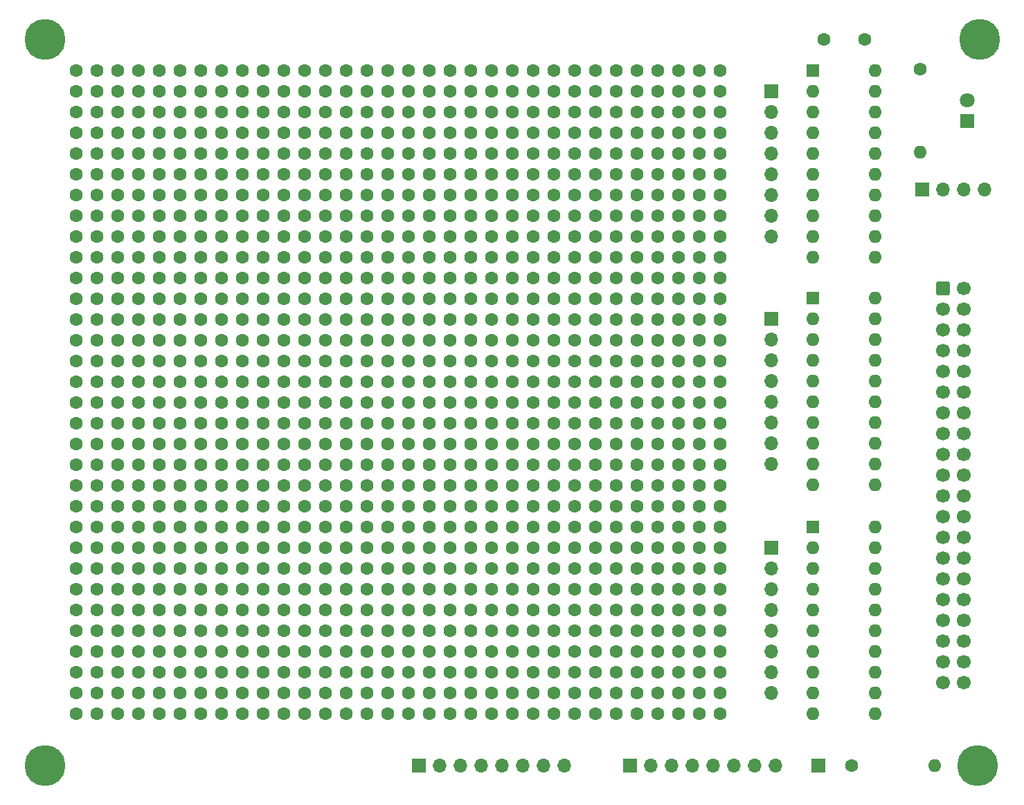
<source format=gbr>
%TF.GenerationSoftware,KiCad,Pcbnew,(7.0.0)*%
%TF.CreationDate,2023-03-05T15:13:50+10:30*%
%TF.ProjectId,ProtoBoard,50726f74-6f42-46f6-9172-642e6b696361,rev?*%
%TF.SameCoordinates,Original*%
%TF.FileFunction,Soldermask,Bot*%
%TF.FilePolarity,Negative*%
%FSLAX46Y46*%
G04 Gerber Fmt 4.6, Leading zero omitted, Abs format (unit mm)*
G04 Created by KiCad (PCBNEW (7.0.0)) date 2023-03-05 15:13:50*
%MOMM*%
%LPD*%
G01*
G04 APERTURE LIST*
G04 Aperture macros list*
%AMRoundRect*
0 Rectangle with rounded corners*
0 $1 Rounding radius*
0 $2 $3 $4 $5 $6 $7 $8 $9 X,Y pos of 4 corners*
0 Add a 4 corners polygon primitive as box body*
4,1,4,$2,$3,$4,$5,$6,$7,$8,$9,$2,$3,0*
0 Add four circle primitives for the rounded corners*
1,1,$1+$1,$2,$3*
1,1,$1+$1,$4,$5*
1,1,$1+$1,$6,$7*
1,1,$1+$1,$8,$9*
0 Add four rect primitives between the rounded corners*
20,1,$1+$1,$2,$3,$4,$5,0*
20,1,$1+$1,$4,$5,$6,$7,0*
20,1,$1+$1,$6,$7,$8,$9,0*
20,1,$1+$1,$8,$9,$2,$3,0*%
G04 Aperture macros list end*
%ADD10C,1.600000*%
%ADD11R,1.600000X1.600000*%
%ADD12O,1.600000X1.600000*%
%ADD13R,1.700000X1.700000*%
%ADD14RoundRect,0.250000X-0.600000X-0.600000X0.600000X-0.600000X0.600000X0.600000X-0.600000X0.600000X0*%
%ADD15C,1.700000*%
%ADD16O,1.700000X1.700000*%
%ADD17C,5.000000*%
%ADD18R,1.800000X1.800000*%
%ADD19C,1.800000*%
G04 APERTURE END LIST*
D10*
%TO.C,G8*%
X156083000Y-74168000D03*
X156083000Y-76708000D03*
X156083000Y-79248000D03*
X156083000Y-81788000D03*
X156083000Y-84328000D03*
X156083000Y-86868000D03*
X156083000Y-89408000D03*
X156083000Y-91948000D03*
X158623000Y-74168000D03*
X158623000Y-76708000D03*
X158623000Y-79248000D03*
X158623000Y-81788000D03*
X158623000Y-84328000D03*
X158623000Y-86868000D03*
X158623000Y-89408000D03*
X158623000Y-91948000D03*
X161163000Y-74168000D03*
X161163000Y-76708000D03*
X161163000Y-79248000D03*
X161163000Y-81788000D03*
X161163000Y-84328000D03*
X161163000Y-86868000D03*
X161163000Y-89408000D03*
X161163000Y-91948000D03*
X163703000Y-74168000D03*
X163703000Y-76708000D03*
X163703000Y-79248000D03*
X163703000Y-81788000D03*
X163703000Y-84328000D03*
X163703000Y-86868000D03*
X163703000Y-89408000D03*
X163703000Y-91948000D03*
X166243000Y-74168000D03*
X166243000Y-76708000D03*
X166243000Y-79248000D03*
X166243000Y-81788000D03*
X166243000Y-84328000D03*
X166243000Y-86868000D03*
X166243000Y-89408000D03*
X166243000Y-91948000D03*
X168783000Y-74168000D03*
X168783000Y-76708000D03*
X168783000Y-79248000D03*
X168783000Y-81788000D03*
X168783000Y-84328000D03*
X168783000Y-86868000D03*
X168783000Y-89408000D03*
X168783000Y-91948000D03*
X171323000Y-74168000D03*
X171323000Y-76708000D03*
X171323000Y-79248000D03*
X171323000Y-81788000D03*
X171323000Y-84328000D03*
X171323000Y-86868000D03*
X171323000Y-89408000D03*
X171323000Y-91948000D03*
X173863000Y-74168000D03*
X173863000Y-76708000D03*
X173863000Y-79248000D03*
X173863000Y-81788000D03*
X173863000Y-84328000D03*
X173863000Y-86868000D03*
X173863000Y-89408000D03*
X173863000Y-91948000D03*
%TD*%
%TO.C,G9*%
X95123000Y-94488000D03*
X95123000Y-97028000D03*
X95123000Y-99568000D03*
X95123000Y-102108000D03*
X95123000Y-104648000D03*
X95123000Y-107188000D03*
X95123000Y-109728000D03*
X95123000Y-112268000D03*
X97663000Y-94488000D03*
X97663000Y-97028000D03*
X97663000Y-99568000D03*
X97663000Y-102108000D03*
X97663000Y-104648000D03*
X97663000Y-107188000D03*
X97663000Y-109728000D03*
X97663000Y-112268000D03*
X100203000Y-94488000D03*
X100203000Y-97028000D03*
X100203000Y-99568000D03*
X100203000Y-102108000D03*
X100203000Y-104648000D03*
X100203000Y-107188000D03*
X100203000Y-109728000D03*
X100203000Y-112268000D03*
X102743000Y-94488000D03*
X102743000Y-97028000D03*
X102743000Y-99568000D03*
X102743000Y-102108000D03*
X102743000Y-104648000D03*
X102743000Y-107188000D03*
X102743000Y-109728000D03*
X102743000Y-112268000D03*
X105283000Y-94488000D03*
X105283000Y-97028000D03*
X105283000Y-99568000D03*
X105283000Y-102108000D03*
X105283000Y-104648000D03*
X105283000Y-107188000D03*
X105283000Y-109728000D03*
X105283000Y-112268000D03*
X107823000Y-94488000D03*
X107823000Y-97028000D03*
X107823000Y-99568000D03*
X107823000Y-102108000D03*
X107823000Y-104648000D03*
X107823000Y-107188000D03*
X107823000Y-109728000D03*
X107823000Y-112268000D03*
X110363000Y-94488000D03*
X110363000Y-97028000D03*
X110363000Y-99568000D03*
X110363000Y-102108000D03*
X110363000Y-104648000D03*
X110363000Y-107188000D03*
X110363000Y-109728000D03*
X110363000Y-112268000D03*
X112903000Y-94488000D03*
X112903000Y-97028000D03*
X112903000Y-99568000D03*
X112903000Y-102108000D03*
X112903000Y-104648000D03*
X112903000Y-107188000D03*
X112903000Y-109728000D03*
X112903000Y-112268000D03*
%TD*%
D11*
%TO.C,U1*%
X185226799Y-109732999D03*
D12*
X185226799Y-112272999D03*
X185226799Y-114812999D03*
X185226799Y-117352999D03*
X185226799Y-119892999D03*
X185226799Y-122432999D03*
X185226799Y-124972999D03*
X185226799Y-127512999D03*
X185226799Y-130052999D03*
X185226799Y-132592999D03*
X192846799Y-132592999D03*
X192846799Y-130052999D03*
X192846799Y-127512999D03*
X192846799Y-124972999D03*
X192846799Y-122432999D03*
X192846799Y-119892999D03*
X192846799Y-117352999D03*
X192846799Y-114812999D03*
X192846799Y-112272999D03*
X192846799Y-109732999D03*
%TD*%
D10*
%TO.C,G4*%
X156083000Y-53848000D03*
X156083000Y-56388000D03*
X156083000Y-58928000D03*
X156083000Y-61468000D03*
X156083000Y-64008000D03*
X156083000Y-66548000D03*
X156083000Y-69088000D03*
X156083000Y-71628000D03*
X158623000Y-53848000D03*
X158623000Y-56388000D03*
X158623000Y-58928000D03*
X158623000Y-61468000D03*
X158623000Y-64008000D03*
X158623000Y-66548000D03*
X158623000Y-69088000D03*
X158623000Y-71628000D03*
X161163000Y-53848000D03*
X161163000Y-56388000D03*
X161163000Y-58928000D03*
X161163000Y-61468000D03*
X161163000Y-64008000D03*
X161163000Y-66548000D03*
X161163000Y-69088000D03*
X161163000Y-71628000D03*
X163703000Y-53848000D03*
X163703000Y-56388000D03*
X163703000Y-58928000D03*
X163703000Y-61468000D03*
X163703000Y-64008000D03*
X163703000Y-66548000D03*
X163703000Y-69088000D03*
X163703000Y-71628000D03*
X166243000Y-53848000D03*
X166243000Y-56388000D03*
X166243000Y-58928000D03*
X166243000Y-61468000D03*
X166243000Y-64008000D03*
X166243000Y-66548000D03*
X166243000Y-69088000D03*
X166243000Y-71628000D03*
X168783000Y-53848000D03*
X168783000Y-56388000D03*
X168783000Y-58928000D03*
X168783000Y-61468000D03*
X168783000Y-64008000D03*
X168783000Y-66548000D03*
X168783000Y-69088000D03*
X168783000Y-71628000D03*
X171323000Y-53848000D03*
X171323000Y-56388000D03*
X171323000Y-58928000D03*
X171323000Y-61468000D03*
X171323000Y-64008000D03*
X171323000Y-66548000D03*
X171323000Y-69088000D03*
X171323000Y-71628000D03*
X173863000Y-53848000D03*
X173863000Y-56388000D03*
X173863000Y-58928000D03*
X173863000Y-61468000D03*
X173863000Y-64008000D03*
X173863000Y-66548000D03*
X173863000Y-69088000D03*
X173863000Y-71628000D03*
%TD*%
%TO.C,G15*%
X135763000Y-114808000D03*
X135763000Y-117348000D03*
X135763000Y-119888000D03*
X135763000Y-122428000D03*
X135763000Y-124968000D03*
X135763000Y-127508000D03*
X135763000Y-130048000D03*
X135763000Y-132588000D03*
X138303000Y-114808000D03*
X138303000Y-117348000D03*
X138303000Y-119888000D03*
X138303000Y-122428000D03*
X138303000Y-124968000D03*
X138303000Y-127508000D03*
X138303000Y-130048000D03*
X138303000Y-132588000D03*
X140843000Y-114808000D03*
X140843000Y-117348000D03*
X140843000Y-119888000D03*
X140843000Y-122428000D03*
X140843000Y-124968000D03*
X140843000Y-127508000D03*
X140843000Y-130048000D03*
X140843000Y-132588000D03*
X143383000Y-114808000D03*
X143383000Y-117348000D03*
X143383000Y-119888000D03*
X143383000Y-122428000D03*
X143383000Y-124968000D03*
X143383000Y-127508000D03*
X143383000Y-130048000D03*
X143383000Y-132588000D03*
X145923000Y-114808000D03*
X145923000Y-117348000D03*
X145923000Y-119888000D03*
X145923000Y-122428000D03*
X145923000Y-124968000D03*
X145923000Y-127508000D03*
X145923000Y-130048000D03*
X145923000Y-132588000D03*
X148463000Y-114808000D03*
X148463000Y-117348000D03*
X148463000Y-119888000D03*
X148463000Y-122428000D03*
X148463000Y-124968000D03*
X148463000Y-127508000D03*
X148463000Y-130048000D03*
X148463000Y-132588000D03*
X151003000Y-114808000D03*
X151003000Y-117348000D03*
X151003000Y-119888000D03*
X151003000Y-122428000D03*
X151003000Y-124968000D03*
X151003000Y-127508000D03*
X151003000Y-130048000D03*
X151003000Y-132588000D03*
X153543000Y-114808000D03*
X153543000Y-117348000D03*
X153543000Y-119888000D03*
X153543000Y-122428000D03*
X153543000Y-124968000D03*
X153543000Y-127508000D03*
X153543000Y-130048000D03*
X153543000Y-132588000D03*
%TD*%
%TO.C,G11*%
X135763000Y-94488000D03*
X135763000Y-97028000D03*
X135763000Y-99568000D03*
X135763000Y-102108000D03*
X135763000Y-104648000D03*
X135763000Y-107188000D03*
X135763000Y-109728000D03*
X135763000Y-112268000D03*
X138303000Y-94488000D03*
X138303000Y-97028000D03*
X138303000Y-99568000D03*
X138303000Y-102108000D03*
X138303000Y-104648000D03*
X138303000Y-107188000D03*
X138303000Y-109728000D03*
X138303000Y-112268000D03*
X140843000Y-94488000D03*
X140843000Y-97028000D03*
X140843000Y-99568000D03*
X140843000Y-102108000D03*
X140843000Y-104648000D03*
X140843000Y-107188000D03*
X140843000Y-109728000D03*
X140843000Y-112268000D03*
X143383000Y-94488000D03*
X143383000Y-97028000D03*
X143383000Y-99568000D03*
X143383000Y-102108000D03*
X143383000Y-104648000D03*
X143383000Y-107188000D03*
X143383000Y-109728000D03*
X143383000Y-112268000D03*
X145923000Y-94488000D03*
X145923000Y-97028000D03*
X145923000Y-99568000D03*
X145923000Y-102108000D03*
X145923000Y-104648000D03*
X145923000Y-107188000D03*
X145923000Y-109728000D03*
X145923000Y-112268000D03*
X148463000Y-94488000D03*
X148463000Y-97028000D03*
X148463000Y-99568000D03*
X148463000Y-102108000D03*
X148463000Y-104648000D03*
X148463000Y-107188000D03*
X148463000Y-109728000D03*
X148463000Y-112268000D03*
X151003000Y-94488000D03*
X151003000Y-97028000D03*
X151003000Y-99568000D03*
X151003000Y-102108000D03*
X151003000Y-104648000D03*
X151003000Y-107188000D03*
X151003000Y-109728000D03*
X151003000Y-112268000D03*
X153543000Y-94488000D03*
X153543000Y-97028000D03*
X153543000Y-99568000D03*
X153543000Y-102108000D03*
X153543000Y-104648000D03*
X153543000Y-107188000D03*
X153543000Y-109728000D03*
X153543000Y-112268000D03*
%TD*%
D13*
%TO.C,J2*%
X185927999Y-138937999D03*
%TD*%
D14*
%TO.C,J1*%
X201168000Y-80518000D03*
D15*
X201168000Y-83058000D03*
X201168000Y-85598000D03*
X201168000Y-88138000D03*
X201168000Y-90678000D03*
X201168000Y-93218000D03*
X201168000Y-95758000D03*
X201168000Y-98298000D03*
X201168000Y-100838000D03*
X201168000Y-103378000D03*
X201168000Y-105918000D03*
X201168000Y-108458000D03*
X201168000Y-110998000D03*
X201168000Y-113538000D03*
X201168000Y-116078000D03*
X201168000Y-118618000D03*
X201168000Y-121158000D03*
X201168000Y-123698000D03*
X201168000Y-126238000D03*
X201168000Y-128778000D03*
X203708000Y-128778000D03*
X203708000Y-126238000D03*
X203708000Y-123698000D03*
X203708000Y-121158000D03*
X203708000Y-118618000D03*
X203708000Y-116078000D03*
X203708000Y-113538000D03*
X203708000Y-110998000D03*
X203708000Y-108458000D03*
X203708000Y-105918000D03*
X203708000Y-103378000D03*
X203708000Y-100838000D03*
X203708000Y-98298000D03*
X203708000Y-95758000D03*
X203708000Y-93218000D03*
X203708000Y-90678000D03*
X203708000Y-88138000D03*
X203708000Y-85598000D03*
X203708000Y-83058000D03*
X203708000Y-80518000D03*
%TD*%
D10*
%TO.C,R2*%
X198374000Y-53721000D03*
D12*
X198373999Y-63880999D03*
%TD*%
D13*
%TO.C,J4*%
X198637999Y-68452999D03*
D16*
X201177999Y-68452999D03*
X203717999Y-68452999D03*
X206257999Y-68452999D03*
%TD*%
D10*
%TO.C,G5*%
X95123000Y-74168000D03*
X95123000Y-76708000D03*
X95123000Y-79248000D03*
X95123000Y-81788000D03*
X95123000Y-84328000D03*
X95123000Y-86868000D03*
X95123000Y-89408000D03*
X95123000Y-91948000D03*
X97663000Y-74168000D03*
X97663000Y-76708000D03*
X97663000Y-79248000D03*
X97663000Y-81788000D03*
X97663000Y-84328000D03*
X97663000Y-86868000D03*
X97663000Y-89408000D03*
X97663000Y-91948000D03*
X100203000Y-74168000D03*
X100203000Y-76708000D03*
X100203000Y-79248000D03*
X100203000Y-81788000D03*
X100203000Y-84328000D03*
X100203000Y-86868000D03*
X100203000Y-89408000D03*
X100203000Y-91948000D03*
X102743000Y-74168000D03*
X102743000Y-76708000D03*
X102743000Y-79248000D03*
X102743000Y-81788000D03*
X102743000Y-84328000D03*
X102743000Y-86868000D03*
X102743000Y-89408000D03*
X102743000Y-91948000D03*
X105283000Y-74168000D03*
X105283000Y-76708000D03*
X105283000Y-79248000D03*
X105283000Y-81788000D03*
X105283000Y-84328000D03*
X105283000Y-86868000D03*
X105283000Y-89408000D03*
X105283000Y-91948000D03*
X107823000Y-74168000D03*
X107823000Y-76708000D03*
X107823000Y-79248000D03*
X107823000Y-81788000D03*
X107823000Y-84328000D03*
X107823000Y-86868000D03*
X107823000Y-89408000D03*
X107823000Y-91948000D03*
X110363000Y-74168000D03*
X110363000Y-76708000D03*
X110363000Y-79248000D03*
X110363000Y-81788000D03*
X110363000Y-84328000D03*
X110363000Y-86868000D03*
X110363000Y-89408000D03*
X110363000Y-91948000D03*
X112903000Y-74168000D03*
X112903000Y-76708000D03*
X112903000Y-79248000D03*
X112903000Y-81788000D03*
X112903000Y-84328000D03*
X112903000Y-86868000D03*
X112903000Y-89408000D03*
X112903000Y-91948000D03*
%TD*%
%TO.C,G14*%
X115443000Y-114808000D03*
X115443000Y-117348000D03*
X115443000Y-119888000D03*
X115443000Y-122428000D03*
X115443000Y-124968000D03*
X115443000Y-127508000D03*
X115443000Y-130048000D03*
X115443000Y-132588000D03*
X117983000Y-114808000D03*
X117983000Y-117348000D03*
X117983000Y-119888000D03*
X117983000Y-122428000D03*
X117983000Y-124968000D03*
X117983000Y-127508000D03*
X117983000Y-130048000D03*
X117983000Y-132588000D03*
X120523000Y-114808000D03*
X120523000Y-117348000D03*
X120523000Y-119888000D03*
X120523000Y-122428000D03*
X120523000Y-124968000D03*
X120523000Y-127508000D03*
X120523000Y-130048000D03*
X120523000Y-132588000D03*
X123063000Y-114808000D03*
X123063000Y-117348000D03*
X123063000Y-119888000D03*
X123063000Y-122428000D03*
X123063000Y-124968000D03*
X123063000Y-127508000D03*
X123063000Y-130048000D03*
X123063000Y-132588000D03*
X125603000Y-114808000D03*
X125603000Y-117348000D03*
X125603000Y-119888000D03*
X125603000Y-122428000D03*
X125603000Y-124968000D03*
X125603000Y-127508000D03*
X125603000Y-130048000D03*
X125603000Y-132588000D03*
X128143000Y-114808000D03*
X128143000Y-117348000D03*
X128143000Y-119888000D03*
X128143000Y-122428000D03*
X128143000Y-124968000D03*
X128143000Y-127508000D03*
X128143000Y-130048000D03*
X128143000Y-132588000D03*
X130683000Y-114808000D03*
X130683000Y-117348000D03*
X130683000Y-119888000D03*
X130683000Y-122428000D03*
X130683000Y-124968000D03*
X130683000Y-127508000D03*
X130683000Y-130048000D03*
X130683000Y-132588000D03*
X133223000Y-114808000D03*
X133223000Y-117348000D03*
X133223000Y-119888000D03*
X133223000Y-122428000D03*
X133223000Y-124968000D03*
X133223000Y-127508000D03*
X133223000Y-130048000D03*
X133223000Y-132588000D03*
%TD*%
D13*
%TO.C,J8*%
X162905199Y-138937999D03*
D16*
X165445199Y-138937999D03*
X167985199Y-138937999D03*
X170525199Y-138937999D03*
X173065199Y-138937999D03*
X175605199Y-138937999D03*
X178145199Y-138937999D03*
X180685199Y-138937999D03*
%TD*%
D17*
%TO.C,H2*%
X91313000Y-138938000D03*
%TD*%
%TO.C,H1*%
X205359000Y-138938000D03*
%TD*%
D10*
%TO.C,G7*%
X135763000Y-74168000D03*
X135763000Y-76708000D03*
X135763000Y-79248000D03*
X135763000Y-81788000D03*
X135763000Y-84328000D03*
X135763000Y-86868000D03*
X135763000Y-89408000D03*
X135763000Y-91948000D03*
X138303000Y-74168000D03*
X138303000Y-76708000D03*
X138303000Y-79248000D03*
X138303000Y-81788000D03*
X138303000Y-84328000D03*
X138303000Y-86868000D03*
X138303000Y-89408000D03*
X138303000Y-91948000D03*
X140843000Y-74168000D03*
X140843000Y-76708000D03*
X140843000Y-79248000D03*
X140843000Y-81788000D03*
X140843000Y-84328000D03*
X140843000Y-86868000D03*
X140843000Y-89408000D03*
X140843000Y-91948000D03*
X143383000Y-74168000D03*
X143383000Y-76708000D03*
X143383000Y-79248000D03*
X143383000Y-81788000D03*
X143383000Y-84328000D03*
X143383000Y-86868000D03*
X143383000Y-89408000D03*
X143383000Y-91948000D03*
X145923000Y-74168000D03*
X145923000Y-76708000D03*
X145923000Y-79248000D03*
X145923000Y-81788000D03*
X145923000Y-84328000D03*
X145923000Y-86868000D03*
X145923000Y-89408000D03*
X145923000Y-91948000D03*
X148463000Y-74168000D03*
X148463000Y-76708000D03*
X148463000Y-79248000D03*
X148463000Y-81788000D03*
X148463000Y-84328000D03*
X148463000Y-86868000D03*
X148463000Y-89408000D03*
X148463000Y-91948000D03*
X151003000Y-74168000D03*
X151003000Y-76708000D03*
X151003000Y-79248000D03*
X151003000Y-81788000D03*
X151003000Y-84328000D03*
X151003000Y-86868000D03*
X151003000Y-89408000D03*
X151003000Y-91948000D03*
X153543000Y-74168000D03*
X153543000Y-76708000D03*
X153543000Y-79248000D03*
X153543000Y-81788000D03*
X153543000Y-84328000D03*
X153543000Y-86868000D03*
X153543000Y-89408000D03*
X153543000Y-91948000D03*
%TD*%
%TO.C,G6*%
X115443000Y-74168000D03*
X115443000Y-76708000D03*
X115443000Y-79248000D03*
X115443000Y-81788000D03*
X115443000Y-84328000D03*
X115443000Y-86868000D03*
X115443000Y-89408000D03*
X115443000Y-91948000D03*
X117983000Y-74168000D03*
X117983000Y-76708000D03*
X117983000Y-79248000D03*
X117983000Y-81788000D03*
X117983000Y-84328000D03*
X117983000Y-86868000D03*
X117983000Y-89408000D03*
X117983000Y-91948000D03*
X120523000Y-74168000D03*
X120523000Y-76708000D03*
X120523000Y-79248000D03*
X120523000Y-81788000D03*
X120523000Y-84328000D03*
X120523000Y-86868000D03*
X120523000Y-89408000D03*
X120523000Y-91948000D03*
X123063000Y-74168000D03*
X123063000Y-76708000D03*
X123063000Y-79248000D03*
X123063000Y-81788000D03*
X123063000Y-84328000D03*
X123063000Y-86868000D03*
X123063000Y-89408000D03*
X123063000Y-91948000D03*
X125603000Y-74168000D03*
X125603000Y-76708000D03*
X125603000Y-79248000D03*
X125603000Y-81788000D03*
X125603000Y-84328000D03*
X125603000Y-86868000D03*
X125603000Y-89408000D03*
X125603000Y-91948000D03*
X128143000Y-74168000D03*
X128143000Y-76708000D03*
X128143000Y-79248000D03*
X128143000Y-81788000D03*
X128143000Y-84328000D03*
X128143000Y-86868000D03*
X128143000Y-89408000D03*
X128143000Y-91948000D03*
X130683000Y-74168000D03*
X130683000Y-76708000D03*
X130683000Y-79248000D03*
X130683000Y-81788000D03*
X130683000Y-84328000D03*
X130683000Y-86868000D03*
X130683000Y-89408000D03*
X130683000Y-91948000D03*
X133223000Y-74168000D03*
X133223000Y-76708000D03*
X133223000Y-79248000D03*
X133223000Y-81788000D03*
X133223000Y-84328000D03*
X133223000Y-86868000D03*
X133223000Y-89408000D03*
X133223000Y-91948000D03*
%TD*%
D17*
%TO.C,H3*%
X205613000Y-50038000D03*
%TD*%
%TO.C,H4*%
X91313000Y-50038000D03*
%TD*%
D13*
%TO.C,J7*%
X137032999Y-138937999D03*
D16*
X139572999Y-138937999D03*
X142112999Y-138937999D03*
X144652999Y-138937999D03*
X147192999Y-138937999D03*
X149732999Y-138937999D03*
X152272999Y-138937999D03*
X154812999Y-138937999D03*
%TD*%
D13*
%TO.C,J6*%
X180111399Y-84292199D03*
D16*
X180111399Y-86832199D03*
X180111399Y-89372199D03*
X180111399Y-91912199D03*
X180111399Y-94452199D03*
X180111399Y-96992199D03*
X180111399Y-99532199D03*
X180111399Y-102072199D03*
%TD*%
D10*
%TO.C,G2*%
X115443000Y-53848000D03*
X115443000Y-56388000D03*
X115443000Y-58928000D03*
X115443000Y-61468000D03*
X115443000Y-64008000D03*
X115443000Y-66548000D03*
X115443000Y-69088000D03*
X115443000Y-71628000D03*
X117983000Y-53848000D03*
X117983000Y-56388000D03*
X117983000Y-58928000D03*
X117983000Y-61468000D03*
X117983000Y-64008000D03*
X117983000Y-66548000D03*
X117983000Y-69088000D03*
X117983000Y-71628000D03*
X120523000Y-53848000D03*
X120523000Y-56388000D03*
X120523000Y-58928000D03*
X120523000Y-61468000D03*
X120523000Y-64008000D03*
X120523000Y-66548000D03*
X120523000Y-69088000D03*
X120523000Y-71628000D03*
X123063000Y-53848000D03*
X123063000Y-56388000D03*
X123063000Y-58928000D03*
X123063000Y-61468000D03*
X123063000Y-64008000D03*
X123063000Y-66548000D03*
X123063000Y-69088000D03*
X123063000Y-71628000D03*
X125603000Y-53848000D03*
X125603000Y-56388000D03*
X125603000Y-58928000D03*
X125603000Y-61468000D03*
X125603000Y-64008000D03*
X125603000Y-66548000D03*
X125603000Y-69088000D03*
X125603000Y-71628000D03*
X128143000Y-53848000D03*
X128143000Y-56388000D03*
X128143000Y-58928000D03*
X128143000Y-61468000D03*
X128143000Y-64008000D03*
X128143000Y-66548000D03*
X128143000Y-69088000D03*
X128143000Y-71628000D03*
X130683000Y-53848000D03*
X130683000Y-56388000D03*
X130683000Y-58928000D03*
X130683000Y-61468000D03*
X130683000Y-64008000D03*
X130683000Y-66548000D03*
X130683000Y-69088000D03*
X130683000Y-71628000D03*
X133223000Y-53848000D03*
X133223000Y-56388000D03*
X133223000Y-58928000D03*
X133223000Y-61468000D03*
X133223000Y-64008000D03*
X133223000Y-66548000D03*
X133223000Y-69088000D03*
X133223000Y-71628000D03*
%TD*%
D13*
%TO.C,J3*%
X180111399Y-112267999D03*
D16*
X180111399Y-114807999D03*
X180111399Y-117347999D03*
X180111399Y-119887999D03*
X180111399Y-122427999D03*
X180111399Y-124967999D03*
X180111399Y-127507999D03*
X180111399Y-130047999D03*
%TD*%
D10*
%TO.C,G13*%
X95123000Y-114808000D03*
X95123000Y-117348000D03*
X95123000Y-119888000D03*
X95123000Y-122428000D03*
X95123000Y-124968000D03*
X95123000Y-127508000D03*
X95123000Y-130048000D03*
X95123000Y-132588000D03*
X97663000Y-114808000D03*
X97663000Y-117348000D03*
X97663000Y-119888000D03*
X97663000Y-122428000D03*
X97663000Y-124968000D03*
X97663000Y-127508000D03*
X97663000Y-130048000D03*
X97663000Y-132588000D03*
X100203000Y-114808000D03*
X100203000Y-117348000D03*
X100203000Y-119888000D03*
X100203000Y-122428000D03*
X100203000Y-124968000D03*
X100203000Y-127508000D03*
X100203000Y-130048000D03*
X100203000Y-132588000D03*
X102743000Y-114808000D03*
X102743000Y-117348000D03*
X102743000Y-119888000D03*
X102743000Y-122428000D03*
X102743000Y-124968000D03*
X102743000Y-127508000D03*
X102743000Y-130048000D03*
X102743000Y-132588000D03*
X105283000Y-114808000D03*
X105283000Y-117348000D03*
X105283000Y-119888000D03*
X105283000Y-122428000D03*
X105283000Y-124968000D03*
X105283000Y-127508000D03*
X105283000Y-130048000D03*
X105283000Y-132588000D03*
X107823000Y-114808000D03*
X107823000Y-117348000D03*
X107823000Y-119888000D03*
X107823000Y-122428000D03*
X107823000Y-124968000D03*
X107823000Y-127508000D03*
X107823000Y-130048000D03*
X107823000Y-132588000D03*
X110363000Y-114808000D03*
X110363000Y-117348000D03*
X110363000Y-119888000D03*
X110363000Y-122428000D03*
X110363000Y-124968000D03*
X110363000Y-127508000D03*
X110363000Y-130048000D03*
X110363000Y-132588000D03*
X112903000Y-114808000D03*
X112903000Y-117348000D03*
X112903000Y-119888000D03*
X112903000Y-122428000D03*
X112903000Y-124968000D03*
X112903000Y-127508000D03*
X112903000Y-130048000D03*
X112903000Y-132588000D03*
%TD*%
%TO.C,G10*%
X115443000Y-94488000D03*
X115443000Y-97028000D03*
X115443000Y-99568000D03*
X115443000Y-102108000D03*
X115443000Y-104648000D03*
X115443000Y-107188000D03*
X115443000Y-109728000D03*
X115443000Y-112268000D03*
X117983000Y-94488000D03*
X117983000Y-97028000D03*
X117983000Y-99568000D03*
X117983000Y-102108000D03*
X117983000Y-104648000D03*
X117983000Y-107188000D03*
X117983000Y-109728000D03*
X117983000Y-112268000D03*
X120523000Y-94488000D03*
X120523000Y-97028000D03*
X120523000Y-99568000D03*
X120523000Y-102108000D03*
X120523000Y-104648000D03*
X120523000Y-107188000D03*
X120523000Y-109728000D03*
X120523000Y-112268000D03*
X123063000Y-94488000D03*
X123063000Y-97028000D03*
X123063000Y-99568000D03*
X123063000Y-102108000D03*
X123063000Y-104648000D03*
X123063000Y-107188000D03*
X123063000Y-109728000D03*
X123063000Y-112268000D03*
X125603000Y-94488000D03*
X125603000Y-97028000D03*
X125603000Y-99568000D03*
X125603000Y-102108000D03*
X125603000Y-104648000D03*
X125603000Y-107188000D03*
X125603000Y-109728000D03*
X125603000Y-112268000D03*
X128143000Y-94488000D03*
X128143000Y-97028000D03*
X128143000Y-99568000D03*
X128143000Y-102108000D03*
X128143000Y-104648000D03*
X128143000Y-107188000D03*
X128143000Y-109728000D03*
X128143000Y-112268000D03*
X130683000Y-94488000D03*
X130683000Y-97028000D03*
X130683000Y-99568000D03*
X130683000Y-102108000D03*
X130683000Y-104648000D03*
X130683000Y-107188000D03*
X130683000Y-109728000D03*
X130683000Y-112268000D03*
X133223000Y-94488000D03*
X133223000Y-97028000D03*
X133223000Y-99568000D03*
X133223000Y-102108000D03*
X133223000Y-104648000D03*
X133223000Y-107188000D03*
X133223000Y-109728000D03*
X133223000Y-112268000D03*
%TD*%
D13*
%TO.C,J5*%
X180111399Y-56387999D03*
D16*
X180111399Y-58927999D03*
X180111399Y-61467999D03*
X180111399Y-64007999D03*
X180111399Y-66547999D03*
X180111399Y-69087999D03*
X180111399Y-71627999D03*
X180111399Y-74167999D03*
%TD*%
D10*
%TO.C,G12*%
X156083000Y-94488000D03*
X156083000Y-97028000D03*
X156083000Y-99568000D03*
X156083000Y-102108000D03*
X156083000Y-104648000D03*
X156083000Y-107188000D03*
X156083000Y-109728000D03*
X156083000Y-112268000D03*
X158623000Y-94488000D03*
X158623000Y-97028000D03*
X158623000Y-99568000D03*
X158623000Y-102108000D03*
X158623000Y-104648000D03*
X158623000Y-107188000D03*
X158623000Y-109728000D03*
X158623000Y-112268000D03*
X161163000Y-94488000D03*
X161163000Y-97028000D03*
X161163000Y-99568000D03*
X161163000Y-102108000D03*
X161163000Y-104648000D03*
X161163000Y-107188000D03*
X161163000Y-109728000D03*
X161163000Y-112268000D03*
X163703000Y-94488000D03*
X163703000Y-97028000D03*
X163703000Y-99568000D03*
X163703000Y-102108000D03*
X163703000Y-104648000D03*
X163703000Y-107188000D03*
X163703000Y-109728000D03*
X163703000Y-112268000D03*
X166243000Y-94488000D03*
X166243000Y-97028000D03*
X166243000Y-99568000D03*
X166243000Y-102108000D03*
X166243000Y-104648000D03*
X166243000Y-107188000D03*
X166243000Y-109728000D03*
X166243000Y-112268000D03*
X168783000Y-94488000D03*
X168783000Y-97028000D03*
X168783000Y-99568000D03*
X168783000Y-102108000D03*
X168783000Y-104648000D03*
X168783000Y-107188000D03*
X168783000Y-109728000D03*
X168783000Y-112268000D03*
X171323000Y-94488000D03*
X171323000Y-97028000D03*
X171323000Y-99568000D03*
X171323000Y-102108000D03*
X171323000Y-104648000D03*
X171323000Y-107188000D03*
X171323000Y-109728000D03*
X171323000Y-112268000D03*
X173863000Y-94488000D03*
X173863000Y-97028000D03*
X173863000Y-99568000D03*
X173863000Y-102108000D03*
X173863000Y-104648000D03*
X173863000Y-107188000D03*
X173863000Y-109728000D03*
X173863000Y-112268000D03*
%TD*%
%TO.C,G16*%
X156083000Y-114808000D03*
X156083000Y-117348000D03*
X156083000Y-119888000D03*
X156083000Y-122428000D03*
X156083000Y-124968000D03*
X156083000Y-127508000D03*
X156083000Y-130048000D03*
X156083000Y-132588000D03*
X158623000Y-114808000D03*
X158623000Y-117348000D03*
X158623000Y-119888000D03*
X158623000Y-122428000D03*
X158623000Y-124968000D03*
X158623000Y-127508000D03*
X158623000Y-130048000D03*
X158623000Y-132588000D03*
X161163000Y-114808000D03*
X161163000Y-117348000D03*
X161163000Y-119888000D03*
X161163000Y-122428000D03*
X161163000Y-124968000D03*
X161163000Y-127508000D03*
X161163000Y-130048000D03*
X161163000Y-132588000D03*
X163703000Y-114808000D03*
X163703000Y-117348000D03*
X163703000Y-119888000D03*
X163703000Y-122428000D03*
X163703000Y-124968000D03*
X163703000Y-127508000D03*
X163703000Y-130048000D03*
X163703000Y-132588000D03*
X166243000Y-114808000D03*
X166243000Y-117348000D03*
X166243000Y-119888000D03*
X166243000Y-122428000D03*
X166243000Y-124968000D03*
X166243000Y-127508000D03*
X166243000Y-130048000D03*
X166243000Y-132588000D03*
X168783000Y-114808000D03*
X168783000Y-117348000D03*
X168783000Y-119888000D03*
X168783000Y-122428000D03*
X168783000Y-124968000D03*
X168783000Y-127508000D03*
X168783000Y-130048000D03*
X168783000Y-132588000D03*
X171323000Y-114808000D03*
X171323000Y-117348000D03*
X171323000Y-119888000D03*
X171323000Y-122428000D03*
X171323000Y-124968000D03*
X171323000Y-127508000D03*
X171323000Y-130048000D03*
X171323000Y-132588000D03*
X173863000Y-114808000D03*
X173863000Y-117348000D03*
X173863000Y-119888000D03*
X173863000Y-122428000D03*
X173863000Y-124968000D03*
X173863000Y-127508000D03*
X173863000Y-130048000D03*
X173863000Y-132588000D03*
%TD*%
D18*
%TO.C,D1*%
X204088999Y-60070999D03*
D19*
X204089000Y-57531000D03*
%TD*%
D10*
%TO.C,R1*%
X189992000Y-138938000D03*
D12*
X200151999Y-138937999D03*
%TD*%
D11*
%TO.C,U2*%
X185226799Y-53852999D03*
D12*
X185226799Y-56392999D03*
X185226799Y-58932999D03*
X185226799Y-61472999D03*
X185226799Y-64012999D03*
X185226799Y-66552999D03*
X185226799Y-69092999D03*
X185226799Y-71632999D03*
X185226799Y-74172999D03*
X185226799Y-76712999D03*
X192846799Y-76712999D03*
X192846799Y-74172999D03*
X192846799Y-71632999D03*
X192846799Y-69092999D03*
X192846799Y-66552999D03*
X192846799Y-64012999D03*
X192846799Y-61472999D03*
X192846799Y-58932999D03*
X192846799Y-56392999D03*
X192846799Y-53852999D03*
%TD*%
D11*
%TO.C,U3*%
X185226799Y-81767599D03*
D12*
X185226799Y-84307599D03*
X185226799Y-86847599D03*
X185226799Y-89387599D03*
X185226799Y-91927599D03*
X185226799Y-94467599D03*
X185226799Y-97007599D03*
X185226799Y-99547599D03*
X185226799Y-102087599D03*
X185226799Y-104627599D03*
X192846799Y-104627599D03*
X192846799Y-102087599D03*
X192846799Y-99547599D03*
X192846799Y-97007599D03*
X192846799Y-94467599D03*
X192846799Y-91927599D03*
X192846799Y-89387599D03*
X192846799Y-86847599D03*
X192846799Y-84307599D03*
X192846799Y-81767599D03*
%TD*%
D10*
%TO.C,G1*%
X95123000Y-53848000D03*
X95123000Y-56388000D03*
X95123000Y-58928000D03*
X95123000Y-61468000D03*
X95123000Y-64008000D03*
X95123000Y-66548000D03*
X95123000Y-69088000D03*
X95123000Y-71628000D03*
X97663000Y-53848000D03*
X97663000Y-56388000D03*
X97663000Y-58928000D03*
X97663000Y-61468000D03*
X97663000Y-64008000D03*
X97663000Y-66548000D03*
X97663000Y-69088000D03*
X97663000Y-71628000D03*
X100203000Y-53848000D03*
X100203000Y-56388000D03*
X100203000Y-58928000D03*
X100203000Y-61468000D03*
X100203000Y-64008000D03*
X100203000Y-66548000D03*
X100203000Y-69088000D03*
X100203000Y-71628000D03*
X102743000Y-53848000D03*
X102743000Y-56388000D03*
X102743000Y-58928000D03*
X102743000Y-61468000D03*
X102743000Y-64008000D03*
X102743000Y-66548000D03*
X102743000Y-69088000D03*
X102743000Y-71628000D03*
X105283000Y-53848000D03*
X105283000Y-56388000D03*
X105283000Y-58928000D03*
X105283000Y-61468000D03*
X105283000Y-64008000D03*
X105283000Y-66548000D03*
X105283000Y-69088000D03*
X105283000Y-71628000D03*
X107823000Y-53848000D03*
X107823000Y-56388000D03*
X107823000Y-58928000D03*
X107823000Y-61468000D03*
X107823000Y-64008000D03*
X107823000Y-66548000D03*
X107823000Y-69088000D03*
X107823000Y-71628000D03*
X110363000Y-53848000D03*
X110363000Y-56388000D03*
X110363000Y-58928000D03*
X110363000Y-61468000D03*
X110363000Y-64008000D03*
X110363000Y-66548000D03*
X110363000Y-69088000D03*
X110363000Y-71628000D03*
X112903000Y-53848000D03*
X112903000Y-56388000D03*
X112903000Y-58928000D03*
X112903000Y-61468000D03*
X112903000Y-64008000D03*
X112903000Y-66548000D03*
X112903000Y-69088000D03*
X112903000Y-71628000D03*
%TD*%
%TO.C,C1*%
X191603000Y-50038000D03*
X186603000Y-50038000D03*
%TD*%
%TO.C,G3*%
X135763000Y-53848000D03*
X135763000Y-56388000D03*
X135763000Y-58928000D03*
X135763000Y-61468000D03*
X135763000Y-64008000D03*
X135763000Y-66548000D03*
X135763000Y-69088000D03*
X135763000Y-71628000D03*
X138303000Y-53848000D03*
X138303000Y-56388000D03*
X138303000Y-58928000D03*
X138303000Y-61468000D03*
X138303000Y-64008000D03*
X138303000Y-66548000D03*
X138303000Y-69088000D03*
X138303000Y-71628000D03*
X140843000Y-53848000D03*
X140843000Y-56388000D03*
X140843000Y-58928000D03*
X140843000Y-61468000D03*
X140843000Y-64008000D03*
X140843000Y-66548000D03*
X140843000Y-69088000D03*
X140843000Y-71628000D03*
X143383000Y-53848000D03*
X143383000Y-56388000D03*
X143383000Y-58928000D03*
X143383000Y-61468000D03*
X143383000Y-64008000D03*
X143383000Y-66548000D03*
X143383000Y-69088000D03*
X143383000Y-71628000D03*
X145923000Y-53848000D03*
X145923000Y-56388000D03*
X145923000Y-58928000D03*
X145923000Y-61468000D03*
X145923000Y-64008000D03*
X145923000Y-66548000D03*
X145923000Y-69088000D03*
X145923000Y-71628000D03*
X148463000Y-53848000D03*
X148463000Y-56388000D03*
X148463000Y-58928000D03*
X148463000Y-61468000D03*
X148463000Y-64008000D03*
X148463000Y-66548000D03*
X148463000Y-69088000D03*
X148463000Y-71628000D03*
X151003000Y-53848000D03*
X151003000Y-56388000D03*
X151003000Y-58928000D03*
X151003000Y-61468000D03*
X151003000Y-64008000D03*
X151003000Y-66548000D03*
X151003000Y-69088000D03*
X151003000Y-71628000D03*
X153543000Y-53848000D03*
X153543000Y-56388000D03*
X153543000Y-58928000D03*
X153543000Y-61468000D03*
X153543000Y-64008000D03*
X153543000Y-66548000D03*
X153543000Y-69088000D03*
X153543000Y-71628000D03*
%TD*%
M02*

</source>
